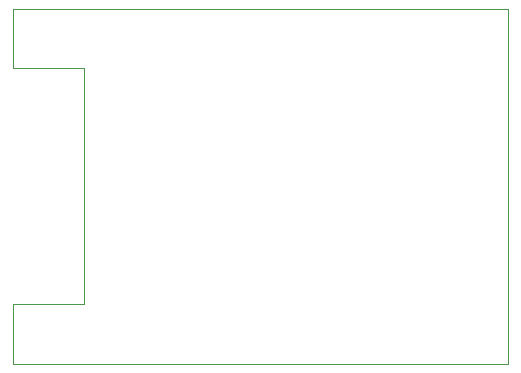
<source format=gbr>
%TF.GenerationSoftware,KiCad,Pcbnew,(6.0.0)*%
%TF.CreationDate,2022-02-08T22:33:11+08:00*%
%TF.ProjectId,screen,73637265-656e-42e6-9b69-6361645f7063,rev?*%
%TF.SameCoordinates,Original*%
%TF.FileFunction,Profile,NP*%
%FSLAX46Y46*%
G04 Gerber Fmt 4.6, Leading zero omitted, Abs format (unit mm)*
G04 Created by KiCad (PCBNEW (6.0.0)) date 2022-02-08 22:33:11*
%MOMM*%
%LPD*%
G01*
G04 APERTURE LIST*
%TA.AperFunction,Profile*%
%ADD10C,0.100000*%
%TD*%
G04 APERTURE END LIST*
D10*
X139395000Y-65680000D02*
X97495000Y-65680000D01*
X97495000Y-65680000D02*
X97495000Y-60680000D01*
X97495000Y-60680000D02*
X103495000Y-60680000D01*
X103495000Y-60680000D02*
X103495000Y-40680000D01*
X103495000Y-40680000D02*
X97495000Y-40680000D01*
X97495000Y-40680000D02*
X97495000Y-35680000D01*
X97495000Y-35680000D02*
X139395000Y-35680000D01*
X139395000Y-35680000D02*
X139395000Y-65680000D01*
M02*

</source>
